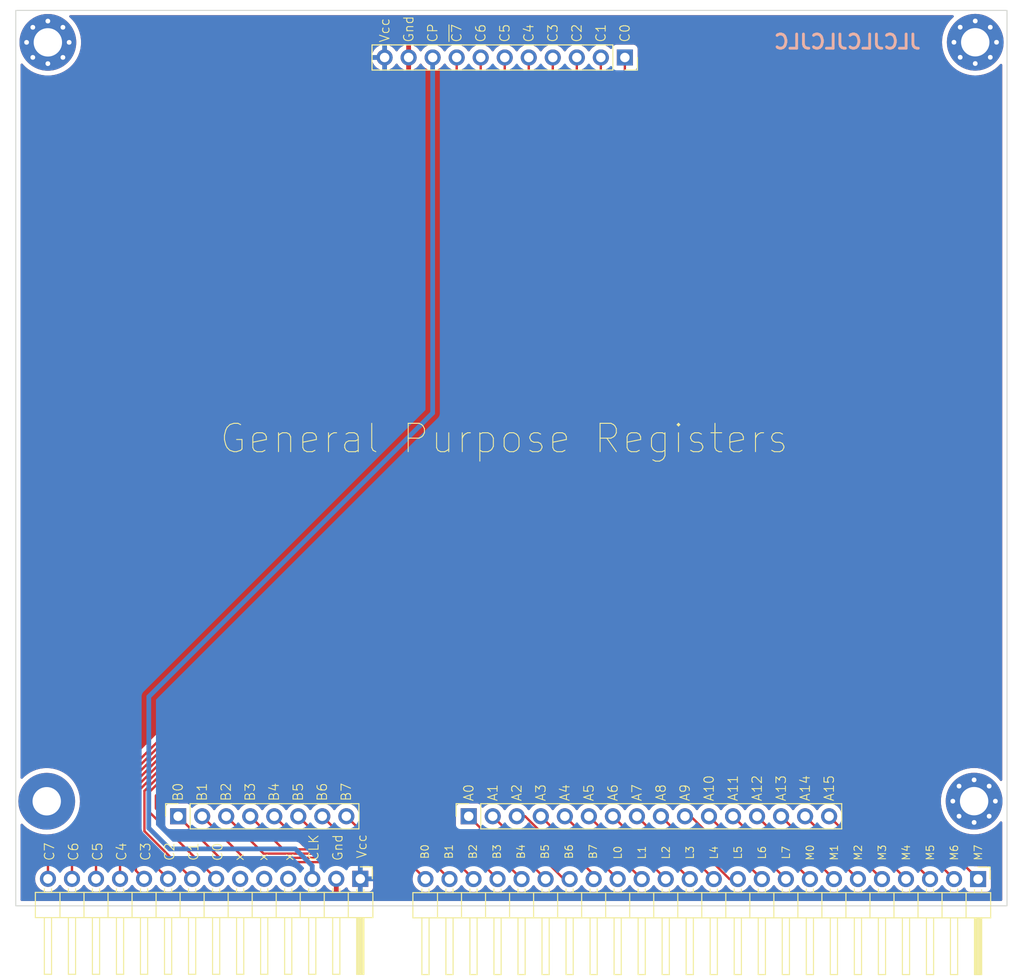
<source format=kicad_pcb>
(kicad_pcb (version 20211014) (generator pcbnew)
  (layers (0 "F.Cu" signal) (31 "B.Cu" signal) (34 "B.Paste" user) (35 "F.Paste" user) (36 "B.SilkS" user "B.Silkscreen") (37 "F.SilkS" user "F.Silkscreen") (38 "B.Mask" user) (39 "F.Mask" user) (44 "Edge.Cuts" user))
  (net 0 "")
  (net 1 "CONTROL0")
  (net 2 "CONTROL1")
  (net 3 "CONTROL2")
  (net 4 "CONTROL3")
  (net 5 "CONTROL4")
  (net 6 "CONTROL5")
  (net 7 "CONTROL6")
  (net 8 "~{CONTROL7}")
  (net 9 "CLOCK")
  (net 10 "GND")
  (net 11 "VCC")
  (net 12 "BUS0")
  (net 13 "BUS1")
  (net 14 "BUS2")
  (net 15 "BUS3")
  (net 16 "BUS4")
  (net 17 "BUS5")
  (net 18 "BUS6")
  (net 19 "BUS7")
  (net 20 "ADDR0")
  (net 21 "ADDR1")
  (net 22 "ADDR2")
  (net 23 "ADDR3")
  (net 24 "ADDR4")
  (net 25 "ADDR5")
  (net 26 "ADDR6")
  (net 27 "ADDR7")
  (net 28 "ADDR8")
  (net 29 "ADDR9")
  (net 30 "ADDR10")
  (net 31 "ADDR11")
  (net 32 "ADDR12")
  (net 33 "ADDR13")
  (net 34 "ADDR14")
  (net 35 "ADDR15")
  (footprint "" (layer "F.Cu") (at 49.99 124.8)
    (fp_text reference "" (at 0 0) (layer "F.SilkS") (effects (font (size 1.27 1.27))))
    (fp_text value "" (at 0 0) (layer "F.SilkS") (effects (font (size 1.27 1.27))))
    (pad "1" thru_hole circle locked (at 0 0) (size 6 6) (drill 3) (layers *.Cu *.Mask))
  )
  (footprint "Connector_PinSocket_2.54mm:PinSocket_1x08_P2.54mm_Vertical" (layer "F.Cu") (at 63.884 126.388 90)
    (fp_text reference "J2" hide)
    (fp_text value "Conn_01x08" hide)
    (pad "1" thru_hole rect locked (at 0 0 90) (size 1.7 1.7) (drill 1) (layers *.Cu *.Mask) (net 12 "BUS0"))
    (pad "2" thru_hole oval locked (at 0 2.54 90) (size 1.7 1.7) (drill 1) (layers *.Cu *.Mask) (net 13 "BUS1"))
    (pad "3" thru_hole oval locked (at 0 5.08 90) (size 1.7 1.7) (drill 1) (layers *.Cu *.Mask) (net 14 "BUS2"))
    (pad "4" thru_hole oval locked (at 0 7.62 90) (size 1.7 1.7) (drill 1) (layers *.Cu *.Mask) (net 15 "BUS3"))
    (pad "5" thru_hole oval locked (at 0 10.16 90) (size 1.7 1.7) (drill 1) (layers *.Cu *.Mask) (net 16 "BUS4"))
    (pad "6" thru_hole oval locked (at 0 12.7 90) (size 1.7 1.7) (drill 1) (layers *.Cu *.Mask) (net 17 "BUS5"))
    (pad "7" thru_hole oval locked (at 0 15.24 90) (size 1.7 1.7) (drill 1) (layers *.Cu *.Mask) (net 18 "BUS6"))
    (pad "8" thru_hole oval locked (at 0 17.78 90) (size 1.7 1.7) (drill 1) (layers *.Cu *.Mask) (net 19 "BUS7"))
  )
  (footprint "MountingHole:MountingHole_3mm_Pad_Via" (layer "F.Cu") (at 148.03 124.79)
    (fp_text reference "REF**" hide)
    (fp_text value "MountingHole_3mm_Pad_Via" hide)
    (pad "1" thru_hole circle locked (at 2.25 0) (size 0.8 0.8) (drill 0.5) (layers *.Cu *.Mask))
    (pad "1" thru_hole circle locked (at 0 -2.25) (size 0.8 0.8) (drill 0.5) (layers *.Cu *.Mask))
    (pad "1" thru_hole circle locked (at 0 2.25) (size 0.8 0.8) (drill 0.5) (layers *.Cu *.Mask))
    (pad "1" thru_hole circle locked (at 1.59099 1.59099) (size 0.8 0.8) (drill 0.5) (layers *.Cu *.Mask))
    (pad "1" thru_hole circle locked (at -1.59099 -1.59099) (size 0.8 0.8) (drill 0.5) (layers *.Cu *.Mask))
    (pad "1" thru_hole circle locked (at -1.59099 1.59099) (size 0.8 0.8) (drill 0.5) (layers *.Cu *.Mask))
    (pad "1" thru_hole circle locked (at 0 0) (size 6 6) (drill 3) (layers *.Cu *.Mask))
    (pad "1" thru_hole circle locked (at 1.59099 -1.59099) (size 0.8 0.8) (drill 0.5) (layers *.Cu *.Mask))
    (pad "1" thru_hole circle locked (at -2.25 0) (size 0.8 0.8) (drill 0.5) (layers *.Cu *.Mask))
  )
  (footprint "MountingHole:MountingHole_3mm_Pad_Via" (layer "F.Cu") (at 50.11 44.53)
    (fp_text reference "REF**" hide)
    (fp_text value "MountingHole_3mm_Pad_Via" hide)
    (pad "1" thru_hole circle locked (at 0 2.25) (size 0.8 0.8) (drill 0.5) (layers *.Cu *.Mask))
    (pad "1" thru_hole circle locked (at 1.59099 -1.59099) (size 0.8 0.8) (drill 0.5) (layers *.Cu *.Mask))
    (pad "1" thru_hole circle locked (at -1.59099 -1.59099) (size 0.8 0.8) (drill 0.5) (layers *.Cu *.Mask))
    (pad "1" thru_hole circle locked (at -1.59099 1.59099) (size 0.8 0.8) (drill 0.5) (layers *.Cu *.Mask))
    (pad "1" thru_hole circle locked (at 0 0) (size 6 6) (drill 3) (layers *.Cu *.Mask))
    (pad "1" thru_hole circle locked (at 1.59099 1.59099) (size 0.8 0.8) (drill 0.5) (layers *.Cu *.Mask))
    (pad "1" thru_hole circle locked (at 2.25 0) (size 0.8 0.8) (drill 0.5) (layers *.Cu *.Mask))
    (pad "1" thru_hole circle locked (at 0 -2.25) (size 0.8 0.8) (drill 0.5) (layers *.Cu *.Mask))
    (pad "1" thru_hole circle locked (at -2.25 0) (size 0.8 0.8) (drill 0.5) (layers *.Cu *.Mask))
  )
  (footprint "Connector_PinSocket_2.54mm:PinSocket_1x11_P2.54mm_Vertical" (layer "F.Cu") (at 111.11 46.13 -90)
    (fp_text reference "J1" hide)
    (fp_text value "Conn_01x11" hide)
    (pad "1" thru_hole rect locked (at 0 0 270) (size 1.7 1.7) (drill 1) (layers *.Cu *.Mask) (net 1 "CONTROL0"))
    (pad "2" thru_hole oval locked (at 0 2.54 270) (size 1.7 1.7) (drill 1) (layers *.Cu *.Mask) (net 2 "CONTROL1"))
    (pad "3" thru_hole oval locked (at 0 5.08 270) (size 1.7 1.7) (drill 1) (layers *.Cu *.Mask) (net 3 "CONTROL2"))
    (pad "4" thru_hole oval locked (at 0 7.62 270) (size 1.7 1.7) (drill 1) (layers *.Cu *.Mask) (net 4 "CONTROL3"))
    (pad "5" thru_hole oval locked (at 0 10.16 270) (size 1.7 1.7) (drill 1) (layers *.Cu *.Mask) (net 5 "CONTROL4"))
    (pad "6" thru_hole oval locked (at 0 12.7 270) (size 1.7 1.7) (drill 1) (layers *.Cu *.Mask) (net 6 "CONTROL5"))
    (pad "7" thru_hole oval locked (at 0 15.24 270) (size 1.7 1.7) (drill 1) (layers *.Cu *.Mask) (net 7 "CONTROL6"))
    (pad "8" thru_hole oval locked (at 0 17.78 270) (size 1.7 1.7) (drill 1) (layers *.Cu *.Mask) (net 8 "~{CONTROL7}"))
    (pad "9" thru_hole oval locked (at 0 20.32 270) (size 1.7 1.7) (drill 1) (layers *.Cu *.Mask) (net 9 "CLOCK"))
    (pad "10" thru_hole oval locked (at 0 22.86 270) (size 1.7 1.7) (drill 1) (layers *.Cu *.Mask) (net 10 "GND"))
    (pad "11" thru_hole oval locked (at 0 25.4 270) (size 1.7 1.7) (drill 1) (layers *.Cu *.Mask) (net 11 "VCC"))
  )
  (footprint "MountingHole:MountingHole_3mm_Pad_Via" (layer "F.Cu") (at 148.15 44.52)
    (fp_text reference "REF**" hide)
    (fp_text value "MountingHole_3mm_Pad_Via" hide)
    (pad "1" thru_hole circle locked (at -1.59099 1.59099) (size 0.8 0.8) (drill 0.5) (layers *.Cu *.Mask))
    (pad "1" thru_hole circle locked (at 0 2.25) (size 0.8 0.8) (drill 0.5) (layers *.Cu *.Mask))
    (pad "1" thru_hole circle locked (at 1.59099 -1.59099) (size 0.8 0.8) (drill 0.5) (layers *.Cu *.Mask))
    (pad "1" thru_hole circle locked (at -1.59099 -1.59099) (size 0.8 0.8) (drill 0.5) (layers *.Cu *.Mask))
    (pad "1" thru_hole circle locked (at 0 0) (size 6 6) (drill 3) (layers *.Cu *.Mask))
    (pad "1" thru_hole circle locked (at 0 -2.25) (size 0.8 0.8) (drill 0.5) (layers *.Cu *.Mask))
    (pad "1" thru_hole circle locked (at 2.25 0) (size 0.8 0.8) (drill 0.5) (layers *.Cu *.Mask))
    (pad "1" thru_hole circle locked (at 1.59099 1.59099) (size 0.8 0.8) (drill 0.5) (layers *.Cu *.Mask))
    (pad "1" thru_hole circle locked (at -2.25 0) (size 0.8 0.8) (drill 0.5) (layers *.Cu *.Mask))
  )
  (footprint "Connector_PinHeader_2.54mm:PinHeader_1x14_P2.54mm_Horizontal" (layer "F.Cu") (at 83.14 133.005 -90)
    (fp_text reference "J5" hide)
    (fp_text value "Conn_01x11" hide)
    (pad "1" thru_hole rect locked (at 0 0 270) (size 1.7 1.7) (drill 1) (layers *.Cu *.Mask) (net 11 "VCC"))
    (pad "2" thru_hole oval locked (at 0 2.54 270) (size 1.7 1.7) (drill 1) (layers *.Cu *.Mask) (net 10 "GND"))
    (pad "3" thru_hole oval locked (at 0 5.08 270) (size 1.7 1.7) (drill 1) (layers *.Cu *.Mask) (net 9 "CLOCK"))
    (pad "4" thru_hole oval locked (at 0 7.62 270) (size 1.7 1.7) (drill 1) (layers *.Cu *.Mask))
    (pad "5" thru_hole oval locked (at 0 10.16 270) (size 1.7 1.7) (drill 1) (layers *.Cu *.Mask))
    (pad "6" thru_hole oval locked (at 0 12.7 270) (size 1.7 1.7) (drill 1) (layers *.Cu *.Mask))
    (pad "7" thru_hole oval locked (at 0 15.24 270) (size 1.7 1.7) (drill 1) (layers *.Cu *.Mask) (net 1 "CONTROL0"))
    (pad "8" thru_hole oval locked (at 0 17.78 270) (size 1.7 1.7) (drill 1) (layers *.Cu *.Mask) (net 2 "CONTROL1"))
    (pad "9" thru_hole oval locked (at 0 20.32 270) (size 1.7 1.7) (drill 1) (layers *.Cu *.Mask) (net 3 "CONTROL2"))
    (pad "10" thru_hole oval locked (at 0 22.86 270) (size 1.7 1.7) (drill 1) (layers *.Cu *.Mask) (net 4 "CONTROL3"))
    (pad "11" thru_hole oval locked (at 0 25.4 270) (size 1.7 1.7) (drill 1) (layers *.Cu *.Mask) (net 5 "CONTROL4"))
    (pad "12" thru_hole oval locked (at 0 27.94 270) (size 1.7 1.7) (drill 1) (layers *.Cu *.Mask) (net 6 "CONTROL5"))
    (pad "13" thru_hole oval locked (at 0 30.48 270) (size 1.7 1.7) (drill 1) (layers *.Cu *.Mask) (net 7 "CONTROL6"))
    (pad "14" thru_hole oval locked (at 0 33.02 270) (size 1.7 1.7) (drill 1) (layers *.Cu *.Mask) (net 8 "~{CONTROL7}"))
  )
  (footprint "Connector_PinHeader_2.54mm:PinHeader_1x24_P2.54mm_Horizontal" (layer "F.Cu") (at 148.45 133.03 -90)
    (fp_text reference "J4" hide)
    (fp_text value "Conn_01x24" hide)
    (pad "1" thru_hole rect locked (at 0 0 270) (size 1.7 1.7) (drill 1) (layers *.Cu *.Mask) (net 35 "ADDR15"))
    (pad "2" thru_hole oval locked (at 0 2.54 270) (size 1.7 1.7) (drill 1) (layers *.Cu *.Mask) (net 34 "ADDR14"))
    (pad "3" thru_hole oval locked (at 0 5.08 270) (size 1.7 1.7) (drill 1) (layers *.Cu *.Mask) (net 33 "ADDR13"))
    (pad "4" thru_hole oval locked (at 0 7.62 270) (size 1.7 1.7) (drill 1) (layers *.Cu *.Mask) (net 32 "ADDR12"))
    (pad "5" thru_hole oval locked (at 0 10.16 270) (size 1.7 1.7) (drill 1) (layers *.Cu *.Mask) (net 31 "ADDR11"))
    (pad "6" thru_hole oval locked (at 0 12.7 270) (size 1.7 1.7) (drill 1) (layers *.Cu *.Mask) (net 30 "ADDR10"))
    (pad "7" thru_hole oval locked (at 0 15.24 270) (size 1.7 1.7) (drill 1) (layers *.Cu *.Mask) (net 29 "ADDR9"))
    (pad "8" thru_hole oval locked (at 0 17.78 270) (size 1.7 1.7) (drill 1) (layers *.Cu *.Mask) (net 28 "ADDR8"))
    (pad "9" thru_hole oval locked (at 0 20.32 270) (size 1.7 1.7) (drill 1) (layers *.Cu *.Mask) (net 27 "ADDR7"))
    (pad "10" thru_hole oval locked (at 0 22.86 270) (size 1.7 1.7) (drill 1) (layers *.Cu *.Mask) (net 26 "ADDR6"))
    (pad "11" thru_hole oval locked (at 0 25.4 270) (size 1.7 1.7) (drill 1) (layers *.Cu *.Mask) (net 25 "ADDR5"))
    (pad "12" thru_hole oval locked (at 0 27.94 270) (size 1.7 1.7) (drill 1) (layers *.Cu *.Mask) (net 24 "ADDR4"))
    (pad "13" thru_hole oval locked (at 0 30.48 270) (size 1.7 1.7) (drill 1) (layers *.Cu *.Mask) (net 23 "ADDR3"))
    (pad "14" thru_hole oval locked (at 0 33.02 270) (size 1.7 1.7) (drill 1) (layers *.Cu *.Mask) (net 22 "ADDR2"))
    (pad "15" thru_hole oval locked (at 0 35.56 270) (size 1.7 1.7) (drill 1) (layers *.Cu *.Mask) (net 21 "ADDR1"))
    (pad "16" thru_hole oval locked (at 0 38.1 270) (size 1.7 1.7) (drill 1) (layers *.Cu *.Mask) (net 20 "ADDR0"))
    (pad "17" thru_hole oval locked (at 0 40.64 270) (size 1.7 1.7) (drill 1) (layers *.Cu *.Mask) (net 19 "BUS7"))
    (pad "18" thru_hole oval locked (at 0 43.18 270) (size 1.7 1.7) (drill 1) (layers *.Cu *.Mask) (net 18 "BUS6"))
    (pad "19" thru_hole oval locked (at 0 45.72 270) (size 1.7 1.7) (drill 1) (layers *.Cu *.Mask) (net 17 "BUS5"))
    (pad "20" thru_hole oval locked (at 0 48.26 270) (size 1.7 1.7) (drill 1) (layers *.Cu *.Mask) (net 16 "BUS4"))
    (pad "21" thru_hole oval locked (at 0 50.8 270) (size 1.7 1.7) (drill 1) (layers *.Cu *.Mask) (net 15 "BUS3"))
    (pad "22" thru_hole oval locked (at 0 53.34 270) (size 1.7 1.7) (drill 1) (layers *.Cu *.Mask) (net 14 "BUS2"))
    (pad "23" thru_hole oval locked (at 0 55.88 270) (size 1.7 1.7) (drill 1) (layers *.Cu *.Mask) (net 13 "BUS1"))
    (pad "24" thru_hole oval locked (at 0 58.42 270) (size 1.7 1.7) (drill 1) (layers *.Cu *.Mask) (net 12 "BUS0"))
  )
  (footprint "Connector_PinSocket_2.54mm:PinSocket_1x16_P2.54mm_Vertical" (layer "F.Cu") (at 94.603 126.388 90)
    (fp_text reference "J3" hide)
    (fp_text value "Conn_01x16" hide)
    (pad "1" thru_hole rect locked (at 0 0 90) (size 1.7 1.7) (drill 1) (layers *.Cu *.Mask) (net 20 "ADDR0"))
    (pad "2" thru_hole oval locked (at 0 2.54 90) (size 1.7 1.7) (drill 1) (layers *.Cu *.Mask) (net 21 "ADDR1"))
    (pad "3" thru_hole oval locked (at 0 5.08 90) (size 1.7 1.7) (drill 1) (layers *.Cu *.Mask) (net 22 "ADDR2"))
    (pad "4" thru_hole oval locked (at 0 7.62 90) (size 1.7 1.7) (drill 1) (layers *.Cu *.Mask) (net 23 "ADDR3"))
    (pad "5" thru_hole oval locked (at 0 10.16 90) (size 1.7 1.7) (drill 1) (layers *.Cu *.Mask) (net 24 "ADDR4"))
    (pad "6" thru_hole oval locked (at 0 12.7 90) (size 1.7 1.7) (drill 1) (layers *.Cu *.Mask) (net 25 "ADDR5"))
    (pad "7" thru_hole oval locked (at 0 15.24 90) (size 1.7 1.7) (drill 1) (layers *.Cu *.Mask) (net 26 "ADDR6"))
    (pad "8" thru_hole oval locked (at 0 17.78 90) (size 1.7 1.7) (drill 1) (layers *.Cu *.Mask) (net 27 "ADDR7"))
    (pad "9" thru_hole oval locked (at 0 20.32 90) (size 1.7 1.7) (drill 1) (layers *.Cu *.Mask) (net 28 "ADDR8"))
    (pad "10" thru_hole oval locked (at 0 22.86 90) (size 1.7 1.7) (drill 1) (layers *.Cu *.Mask) (net 29 "ADDR9"))
    (pad "11" thru_hole oval locked (at 0 25.4 90) (size 1.7 1.7) (drill 1) (layers *.Cu *.Mask) (net 30 "ADDR10"))
    (pad "12" thru_hole oval locked (at 0 27.94 90) (size 1.7 1.7) (drill 1) (layers *.Cu *.Mask) (net 31 "ADDR11"))
    (pad "13" thru_hole oval locked (at 0 30.48 90) (size 1.7 1.7) (drill 1) (layers *.Cu *.Mask) (net 32 "ADDR12"))
    (pad "14" thru_hole oval locked (at 0 33.02 90) (size 1.7 1.7) (drill 1) (layers *.Cu *.Mask) (net 33 "ADDR13"))
    (pad "15" thru_hole oval locked (at 0 35.56 90) (size 1.7 1.7) (drill 1) (layers *.Cu *.Mask) (net 34 "ADDR14"))
    (pad "16" thru_hole oval locked (at 0 38.1 90) (size 1.7 1.7) (drill 1) (layers *.Cu *.Mask) (net 35 "ADDR15"))
  )
  (gr_rect (start 151.511 135.86) (end 46.717 41.148) (layer "Edge.Cuts") (width 0.1) (fill none))
  (gr_text "JLCJLCJLCJLC" (at 134.63 44.47) (layer "B.SilkS") (effects (font (size 1.5 1.5) (thickness 0.3)) (justify mirror)))
  (gr_text "M6" (at 145.93 130.23 90) (layer "F.SilkS") (effects (font (size 0.8 0.8) (thickness 0.1))))
  (gr_text "A12" (at 125.083 124.864 90) (layer "F.SilkS") (effects (font (size 1 1) (thickness 0.1)) (justify left)))
  (gr_text "C3" (at 103.493 44.6 90) (layer "F.SilkS") (effects (font (size 1 1) (thickness 0.1)) (justify left)))
  (gr_text "M3" (at 138.31 130.23 90) (layer "F.SilkS") (effects (font (size 0.8 0.8) (thickness 0.1))))
  (gr_text "~{C7}" (at 93.333 44.6 90) (layer "F.SilkS") (effects (font (size 1 1) (thickness 0.1)) (justify left)))
  (gr_text "C0" (at 68.058 131.198 90) (layer "F.SilkS") (effects (font (size 1 1) (thickness 0.1)) (justify left)))
  (gr_text "B4" (at 74.029 124.864 90) (layer "F.SilkS") (effects (font (size 1 1) (thickness 0.1)) (justify left)))
  (gr_text "A11" (at 122.543 124.864 90) (layer "F.SilkS") (effects (font (size 1 1) (thickness 0.1)) (justify left)))
  (gr_text "B2" (at 68.949 124.864 90) (layer "F.SilkS") (effects (font (size 1 1) (thickness 0.1)) (justify left)))
  (gr_text "M2" (at 135.77 130.23 90) (layer "F.SilkS") (effects (font (size 0.8 0.8) (thickness 0.1))))
  (gr_text "A2" (at 99.683 124.864 90) (layer "F.SilkS") (effects (font (size 1 1) (thickness 0.1)) (justify left)))
  (gr_text "A5" (at 107.303 124.864 90) (layer "F.SilkS") (effects (font (size 1 1) (thickness 0.1)) (justify left)))
  (gr_text "B0" (at 63.869 124.864 90) (layer "F.SilkS") (effects (font (size 1 1) (thickness 0.1)) (justify left)))
  (gr_text "C6" (at 52.818 131.173 90) (layer "F.SilkS") (effects (font (size 1 1) (thickness 0.1)) (justify left)))
  (gr_text "L0" (at 110.37 130.23 90) (layer "F.SilkS") (effects (font (size 0.8 0.8) (thickness 0.1))))
  (gr_text "B1" (at 66.409 124.864 90) (layer "F.SilkS") (effects (font (size 1 1) (thickness 0.1)) (justify left)))
  (gr_text "B7" (at 81.649 124.864 90) (layer "F.SilkS") (effects (font (size 1 1) (thickness 0.1)) (justify left)))
  (gr_text "L5" (at 123.07 130.23 90) (layer "F.SilkS") (effects (font (size 0.8 0.8) (thickness 0.1))))
  (gr_text "L1" (at 112.91 130.23 90) (layer "F.SilkS") (effects (font (size 0.8 0.8) (thickness 0.1))))
  (gr_text "C2" (at 106.033 44.6 90) (layer "F.SilkS") (effects (font (size 1 1) (thickness 0.1)) (justify left)))
  (gr_text "B3" (at 97.59 130.13 90) (layer "F.SilkS") (effects (font (size 0.8 0.8) (thickness 0.1))))
  (gr_text "A13" (at 127.623 124.864 90) (layer "F.SilkS") (effects (font (size 1 1) (thickness 0.1)) (justify left)))
  (gr_text "A4" (at 104.763 124.864 90) (layer "F.SilkS") (effects (font (size 1 1) (thickness 0.1)) (justify left)))
  (gr_text "M1" (at 133.23 130.23 90) (layer "F.SilkS") (effects (font (size 0.8 0.8) (thickness 0.1))))
  (gr_text "A14" (at 130.163 124.864 90) (layer "F.SilkS") (effects (font (size 1 1) (thickness 0.1)) (justify left)))
  (gr_text "C2" (at 62.978 131.173 90) (layer "F.SilkS") (effects (font (size 1 1) (thickness 0.1)) (justify left)))
  (gr_text "C5" (at 55.358 131.173 90) (layer "F.SilkS") (effects (font (size 1 1) (thickness 0.1)) (justify left)))
  (gr_text "A1" (at 97.143 124.864 90) (layer "F.SilkS") (effects (font (size 1 1) (thickness 0.1)) (justify left)))
  (gr_text "A8" (at 114.923 124.864 90) (layer "F.SilkS") (effects (font (size 1 1) (thickness 0.1)) (justify left)))
  (gr_text "A6" (at 109.843 124.864 90) (layer "F.SilkS") (effects (font (size 1 1) (thickness 0.1)) (justify left)))
  (gr_text "A3" (at 102.223 124.864 90) (layer "F.SilkS") (effects (font (size 1 1) (thickness 0.1)) (justify left)))
  (gr_text "M0" (at 130.69 130.23 90) (layer "F.SilkS") (effects (font (size 0.8 0.8) (thickness 0.1))))
  (gr_text "CP" (at 90.793 44.6 90) (layer "F.SilkS") (effects (font (size 1 1) (thickness 0.1)) (justify left)))
  (gr_text "C4" (at 57.898 131.173 90) (layer "F.SilkS") (effects (font (size 1 1) (thickness 0.1)) (justify left)))
  (gr_text "Gnd" (at 80.758 131.173 90) (layer "F.SilkS") (effects (font (size 1 1) (thickness 0.1)) (justify left)))
  (gr_text "M7" (at 148.47 130.23 90) (layer "F.SilkS") (effects (font (size 0.8 0.8) (thickness 0.1))))
  (gr_text "Gnd" (at 88.253 44.6 90) (layer "F.SilkS") (effects (font (size 1 1) (thickness 0.1)) (justify left)))
  (gr_text "B2" (at 95.05 130.13 90) (layer "F.SilkS") (effects (font (size 0.8 0.8) (thickness 0.1))))
  (gr_text "M5" (at 143.39 130.23 90) (layer "F.SilkS") (effects (font (size 0.8 0.8) (thickness 0.1))))
  (gr_text "C0" (at 111.113 44.6 90) (layer "F.SilkS") (effects (font (size 1 1) (thickness 0.1)) (justify left)))
  (gr_text "B0" (at 89.97 130.13 90) (layer "F.SilkS") (effects (font (size 0.8 0.8) (thickness 0.1))))
  (gr_text "x" (at 70.31 131.173 90) (layer "F.SilkS") (effects (font (size 1 1) (thickness 0.1)) (justify left)))
  (gr_text "x" (at 75.566 131.173 90) (layer "F.SilkS") (effects (font (size 1 1) (thickness 0.1)) (justify left)))
  (gr_text "Vcc" (at 85.713 44.6 90) (layer "F.SilkS") (effects (font (size 1 1) (thickness 0.1)) (justify left)))
  (gr_text "CLK" (at 78.218 131.173 90) (layer "F.SilkS") (effects (font (size 1 1) (thickness 0.1)) (justify left)))
  (gr_text "B7" (at 107.75 130.13 90) (layer "F.SilkS") (effects (font (size 0.8 0.8) (thickness 0.1))))
  (gr_text "B3" (at 71.489 124.864 90) (layer "F.SilkS") (effects (font (size 1 1) (thickness 0.1)) (justify left)))
  (gr_text "B5" (at 102.67 130.13 90) (layer "F.SilkS") (effects (font (size 0.8 0.8) (thickness 0.1))))
  (gr_text "C3" (at 60.438 131.173 90) (layer "F.SilkS") (effects (font (size 1 1) (thickness 0.1)) (justify left)))
  (gr_text "L2" (at 115.45 130.23 90) (layer "F.SilkS") (effects (font (size 0.8 0.8) (thickness 0.1))))
  (gr_text "L7" (at 128.15 130.23 90) (layer "F.SilkS") (effects (font (size 0.8 0.8) (thickness 0.1))))
  (gr_text "L3" (at 117.99 130.23 90) (layer "F.SilkS") (effects (font (size 0.8 0.8) (thickness 0.1))))
  (gr_text "A15" (at 132.703 124.864 90) (layer "F.SilkS") (effects (font (size 1 1) (thickness 0.1)) (justify left)))
  (gr_text "M4" (at 140.85 130.23 90) (layer "F.SilkS") (effects (font (size 0.8 0.8) (thickness 0.1))))
  (gr_text "A9" (at 117.463 124.864 90) (layer "F.SilkS") (effects (font (size 1 1) (thickness 0.1)) (justify left)))
  (gr_text "C7" (at 50.278 131.173 90) (layer "F.SilkS") (effects (font (size 1 1) (thickness 0.1)) (justify left)))
  (gr_text "A10" (at 120.003 124.864 90) (layer "F.SilkS") (effects (font (size 1 1) (thickness 0.1)) (justify left)))
  (gr_text "General Purpose Registers" (at 68.14 86.44) (layer "F.SilkS") (effects (font (size 3 3) (thickness 0.1)) (justify left)))
  (gr_text "A0" (at 94.603 124.864 90) (layer "F.SilkS") (effects (font (size 1 1) (thickness 0.1)) (justify left)))
  (gr_text "B5" (at 76.569 124.864 90) (layer "F.SilkS") (effects (font (size 1 1) (thickness 0.1)) (justify left)))
  (gr_text "C6" (at 95.873 44.6 90) (layer "F.SilkS") (effects (font (size 1 1) (thickness 0.1)) (justify left)))
  (gr_text "x" (at 72.83 131.173 90) (layer "F.SilkS") (effects (font (size 1 1) (thickness 0.1)) (justify left)))
  (gr_text "L4" (at 120.53 130.23 90) (layer "F.SilkS") (effects (font (size 0.8 0.8) (thickness 0.1))))
  (gr_text "C4" (at 100.953 44.6 90) (layer "F.SilkS") (effects (font (size 1 1) (thickness 0.1)) (justify left)))
  (gr_text "B6" (at 79.109 124.864 90) (layer "F.SilkS") (effects (font (size 1 1) (thickness 0.1)) (justify left)))
  (gr_text "B1" (at 92.51 130.13 90) (layer "F.SilkS") (effects (font (size 0.8 0.8) (thickness 0.1))))
  (gr_text "C1" (at 108.573 44.6 90) (layer "F.SilkS") (effects (font (size 1 1) (thickness 0.1)) (justify left)))
  (gr_text "Vcc" (at 83.298 130.919 90) (layer "F.SilkS") (effects (font (size 1 1) (thickness 0.1)) (justify left)))
  (gr_text "L6" (at 125.61 130.23 90) (layer "F.SilkS") (effects (font (size 0.8 0.8) (thickness 0.1))))
  (gr_text "C5" (at 98.413 44.6 90) (layer "F.SilkS") (effects (font (size 1 1) (thickness 0.1)) (justify left)))
  (gr_text "C1" (at 65.518 131.173 90) (layer "F.SilkS") (effects (font (size 1 1) (thickness 0.1)) (justify left)))
  (gr_text "A7" (at 112.383 124.864 90) (layer "F.SilkS") (effects (font (size 1 1) (thickness 0.1)) (justify left)))
  (gr_text "B4" (at 100.13 130.13 90) (layer "F.SilkS") (effects (font (size 0.8 0.8) (thickness 0.1))))
  (gr_text "B6" (at 105.21 130.13 90) (layer "F.SilkS") (effects (font (size 0.8 0.8) (thickness 0.1))))
  (segment (start 87.678353 112.771575) (end 111.11 89.339928) (width 0.25) (layer "F.Cu") (net 1))
  (segment (start 67.9 133.005) (end 60.77 125.875) (width 0.25) (layer "F.Cu") (net 1))
  (segment (start 111.11 89.339928) (end 111.11 46.13) (width 0.25) (layer "F.Cu") (net 1))
  (segment (start 60.77 125.875) (end 60.77 123.889942) (width 0.25) (layer "F.Cu") (net 1))
  (segment (start 60.77 123.889942) (end 71.888367 112.771575) (width 0.25) (layer "F.Cu") (net 1))
  (segment (start 71.888367 112.771575) (end 87.678353 112.771575) (width 0.25) (layer "F.Cu") (net 1))
  (segment (start 60.320489 123.703749) (end 60.320489 127.965489) (width 0.25) (layer "F.Cu") (net 2))
  (segment (start 87.492159 112.322065) (end 71.702173 112.322065) (width 0.25) (layer "F.Cu") (net 2))
  (segment (start 108.57 91.244224) (end 87.492159 112.322065) (width 0.25) (layer "F.Cu") (net 2))
  (segment (start 108.57 46.13) (end 108.57 91.244224) (width 0.25) (layer "F.Cu") (net 2))
  (segment (start 71.702173 112.322065) (end 60.320489 123.703749) (width 0.25) (layer "F.Cu") (net 2))
  (segment (start 60.320489 127.965489) (end 65.36 133.005) (width 0.25) (layer "F.Cu") (net 2))
  (segment (start 106.03 93.14852) (end 106.03 46.13) (width 0.25) (layer "F.Cu") (net 3))
  (segment (start 62.82 133.005) (end 59.870979 130.055979) (width 0.25) (layer "F.Cu") (net 3))
  (segment (start 59.870979 130.055979) (end 59.870979 123.517555) (width 0.25) (layer "F.Cu") (net 3))
  (segment (start 87.305966 111.872554) (end 106.03 93.14852) (width 0.25) (layer "F.Cu") (net 3))
  (segment (start 59.870979 123.517555) (end 71.51598 111.872554) (width 0.25) (layer "F.Cu") (net 3))
  (segment (start 71.51598 111.872554) (end 87.305966 111.872554) (width 0.25) (layer "F.Cu") (net 3))
  (segment (start 103.49 46.13) (end 103.49 95.052816) (width 0.25) (layer "F.Cu") (net 4))
  (segment (start 71.329786 111.423044) (end 59.421468 123.331362) (width 0.25) (layer "F.Cu") (net 4))
  (segment (start 59.421468 123.331362) (end 59.421468 132.146468) (width 0.25) (layer "F.Cu") (net 4))
  (segment (start 59.421468 132.146468) (end 60.28 133.005) (width 0.25) (layer "F.Cu") (net 4))
  (segment (start 103.49 95.052816) (end 87.119773 111.423043) (width 0.25) (layer "F.Cu") (net 4))
  (segment (start 87.119773 111.423043) (end 71.329786 111.423044) (width 0.25) (layer "F.Cu") (net 4))
  (segment (start 100.95 96.957112) (end 100.95 46.13) (width 0.25) (layer "F.Cu") (net 5))
  (segment (start 57.74 133.005) (end 57.74 124.377126) (width 0.25) (layer "F.Cu") (net 5))
  (segment (start 71.143593 110.973533) (end 86.93358 110.973532) (width 0.25) (layer "F.Cu") (net 5))
  (segment (start 86.93358 110.973532) (end 100.95 96.957112) (width 0.25) (layer "F.Cu") (net 5))
  (segment (start 57.74 124.377126) (end 71.143593 110.973533) (width 0.25) (layer "F.Cu") (net 5))
  (segment (start 70.9574 110.524022) (end 55.2 126.281422) (width 0.25) (layer "F.Cu") (net 6))
  (segment (start 55.2 126.281422) (end 55.2 133.005) (width 0.25) (layer "F.Cu") (net 6))
  (segment (start 86.747387 110.524021) (end 70.9574 110.524022) (width 0.25) (layer "F.Cu") (net 6))
  (segment (start 98.41 46.13) (end 98.41 98.861408) (width 0.25) (layer "F.Cu") (net 6))
  (segment (start 98.41 98.861408) (end 86.747387 110.524021) (width 0.25) (layer "F.Cu") (net 6))
  (segment (start 95.87 100.765704) (end 95.87 46.13) (width 0.25) (layer "F.Cu") (net 7))
  (segment (start 70.771207 110.074511) (end 86.561194 110.07451) (width 0.25) (layer "F.Cu") (net 7))
  (segment (start 52.66 133.005) (end 52.66 128.185718) (width 0.25) (layer "F.Cu") (net 7))
  (segment (start 86.561194 110.07451) (end 95.87 100.765704) (width 0.25) (layer "F.Cu") (net 7))
  (segment (start 52.66 128.185718) (end 70.771207 110.074511) (width 0.25) (layer "F.Cu") (net 7))
  (segment locked (start 93.33 102.67) (end 86.375 109.625) (width 0.25) (layer "F.Cu") (net 8))
  (segment (start 86.375 109.625) (end 70.585 109.625) (width 0.25) (layer "F.Cu") (net 8))
  (segment (start 93.33 46.13) (end 93.33 102.67) (width 0.25) (layer "F.Cu") (net 8))
  (segment (start 70.585 109.625) (end 50.12 130.09) (width 0.25) (layer "F.Cu") (net 8))
  (segment (start 50.12 130.09) (end 50.12 133.005) (width 0.25) (layer "F.Cu") (net 8))
  (segment (start 78.06 133.005) (end 78.06 131.63) (width 0.5) (layer "B.Cu") (net 9))
  (segment (start 78.06 131.63) (end 76.27 129.84) (width 0.5) (layer "B.Cu") (net 9))
  (segment (start 60.78 113.74) (end 90.79 83.73) (width 0.5) (layer "B.Cu") (net 9))
  (segment (start 76.27 129.84) (end 62.99 129.84) (width 0.5) (layer "B.Cu") (net 9))
  (segment (start 62.99 129.84) (end 60.78 127.63) (width 0.5) (layer "B.Cu") (net 9))
  (segment (start 90.79 83.73) (end 90.79 46.13) (width 0.5) (layer "B.Cu") (net 9))
  (segment (start 60.78 127.63) (end 60.78 113.74) (width 0.5) (layer "B.Cu") (net 9))
  (segment (start 68.732582 131.236582) (end 88.236582 131.236582) (width 0.25) (layer "F.Cu") (net 12))
  (segment (start 63.884 126.388) (end 68.732582 131.236582) (width 0.25) (layer "F.Cu") (net 12))
  (segment (start 88.236582 131.236582) (end 90.03 133.03) (width 0.25) (layer "F.Cu") (net 12))
  (segment (start 70.823067 130.787067) (end 90.327067 130.787067) (width 0.25) (layer "F.Cu") (net 13))
  (segment (start 66.424 126.388) (end 70.823067 130.787067) (width 0.25) (layer "F.Cu") (net 13))
  (segment (start 90.327067 130.787067) (end 92.57 133.03) (width 0.25) (layer "F.Cu") (net 13))
  (segment (start 92.417552 130.337552) (end 95.11 133.03) (width 0.25) (layer "F.Cu") (net 14))
  (segment (start 72.913552 130.337552) (end 92.417552 130.337552) (width 0.25) (layer "F.Cu") (net 14))
  (segment (start 68.964 126.388) (end 72.913552 130.337552) (width 0.25) (layer "F.Cu") (net 14))
  (segment (start 75.00404 129.88804) (end 94.50804 129.88804) (width 0.25) (layer "F.Cu") (net 15))
  (segment (start 71.504 126.388) (end 75.00404 129.88804) (width 0.25) (layer "F.Cu") (net 15))
  (segment (start 94.50804 129.88804) (end 97.65 133.03) (width 0.25) (layer "F.Cu") (net 15))
  (segment (start 97.817555 130.657555) (end 100.19 133.03) (width 0.25) (layer "F.Cu") (net 16))
  (segment (start 77.09453 129.43853) (end 95.110717 129.43853) (width 0.25) (layer "F.Cu") (net 16))
  (segment (start 96.32974 130.657555) (end 97.817555 130.657555) (width 0.25) (layer "F.Cu") (net 16))
  (segment (start 95.110717 129.43853) (end 96.32974 130.657555) (width 0.25) (layer "F.Cu") (net 16))
  (segment (start 74.044 126.388) (end 77.09453 129.43853) (width 0.25) (layer "F.Cu") (net 16))
  (segment (start 96.515933 130.208044) (end 99.908043 130.208043) (width 0.25) (layer "F.Cu") (net 17))
  (segment (start 99.908043 130.208043) (end 102.73 133.03) (width 0.25) (layer "F.Cu") (net 17))
  (segment (start 95.296909 128.98902) (end 96.515933 130.208044) (width 0.25) (layer "F.Cu") (net 17))
  (segment (start 76.584 126.388) (end 79.18502 128.98902) (width 0.25) (layer "F.Cu") (net 17))
  (segment (start 79.18502 128.98902) (end 95.296909 128.98902) (width 0.25) (layer "F.Cu") (net 17))
  (segment (start 95.483102 128.53951) (end 96.702125 129.758533) (width 0.25) (layer "F.Cu") (net 18))
  (segment (start 101.389705 129.758533) (end 104.661172 133.03) (width 0.25) (layer "F.Cu") (net 18))
  (segment (start 79.124 126.388) (end 81.27551 128.53951) (width 0.25) (layer "F.Cu") (net 18))
  (segment (start 104.661172 133.03) (end 105.27 133.03) (width 0.25) (layer "F.Cu") (net 18))
  (segment (start 81.27551 128.53951) (end 95.483102 128.53951) (width 0.25) (layer "F.Cu") (net 18))
  (segment (start 96.702125 129.758533) (end 101.389705 129.758533) (width 0.25) (layer "F.Cu") (net 18))
  (segment (start 105.93 130.68) (end 107.81 132.56) (width 0.25) (layer "F.Cu") (net 19))
  (segment (start 81.664 126.388) (end 83.366 128.09) (width 0.25) (layer "F.Cu") (net 19))
  (segment (start 83.366 128.09) (end 95.669296 128.09) (width 0.25) (layer "F.Cu") (net 19))
  (segment (start 95.669296 128.09) (end 96.888318 129.309022) (width 0.25) (layer "F.Cu") (net 19))
  (segment (start 107.81 132.56) (end 107.81 133.03) (width 0.25) (layer "F.Cu") (net 19))
  (segment (start 96.888318 129.309022) (end 101.575899 129.309022) (width 0.25) (layer "F.Cu") (net 19))
  (segment (start 101.575899 129.309022) (end 102.946877 130.68) (width 0.25) (layer "F.Cu") (net 19))
  (segment (start 102.946877 130.68) (end 105.93 130.68) (width 0.25) (layer "F.Cu") (net 19))
  (segment (start 101.762093 128.859512) (end 103.133071 130.230489) (width 0.25) (layer "F.Cu") (net 20))
  (segment (start 107.550489 130.230489) (end 110.35 133.03) (width 0.25) (layer "F.Cu") (net 20))
  (segment (start 103.133071 130.230489) (end 107.550489 130.230489) (width 0.25) (layer "F.Cu") (net 20))
  (segment (start 97.074511 128.859511) (end 101.762093 128.859512) (width 0.25) (layer "F.Cu") (net 20))
  (segment (start 94.603 126.388) (end 97.074511 128.859511) (width 0.25) (layer "F.Cu") (net 20))
  (segment (start 97.143 126.388) (end 99.165 128.41) (width 0.25) (layer "F.Cu") (net 21))
  (segment (start 109.640978 129.780978) (end 112.89 133.03) (width 0.25) (layer "F.Cu") (net 21))
  (segment (start 101.948286 128.41) (end 103.319264 129.780978) (width 0.25) (layer "F.Cu") (net 21))
  (segment (start 103.319264 129.780978) (end 109.640978 129.780978) (width 0.25) (layer "F.Cu") (net 21))
  (segment (start 99.165 128.41) (end 101.948286 128.41) (width 0.25) (layer "F.Cu") (net 21))
  (segment (start 113.2 130.8) (end 115.43 133.03) (width 0.25) (layer "F.Cu") (net 22))
  (segment (start 99.683 126.388) (end 100.56199 126.388) (width 0.25) (layer "F.Cu") (net 22))
  (segment (start 103.505457 129.331467) (end 109.827172 129.331468) (width 0.25) (layer "F.Cu") (net 22))
  (segment (start 111.295704 130.8) (end 113.2 130.8) (width 0.25) (layer "F.Cu") (net 22))
  (segment (start 109.827172 129.331468) (end 111.295704 130.8) (width 0.25) (layer "F.Cu") (net 22))
  (segment (start 100.56199 126.388) (end 103.505457 129.331467) (width 0.25) (layer "F.Cu") (net 22))
  (segment (start 115.280978 130.340978) (end 117.97 133.03) (width 0.25) (layer "F.Cu") (net 23))
  (segment (start 111.472386 130.340978) (end 115.280978 130.340978) (width 0.25) (layer "F.Cu") (net 23))
  (segment (start 102.223 126.388) (end 104.716956 128.881956) (width 0.25) (layer "F.Cu") (net 23))
  (segment (start 104.716956 128.881956) (end 110.013366 128.881958) (width 0.25) (layer "F.Cu") (net 23))
  (segment (start 110.013366 128.881958) (end 111.472386 130.340978) (width 0.25) (layer "F.Cu") (net 23))
  (segment (start 110.19956 128.432448) (end 111.658579 129.891467) (width 0.25) (layer "F.Cu") (net 24))
  (segment (start 106.807446 128.432446) (end 110.19956 128.432448) (width 0.25) (layer "F.Cu") (net 24))
  (segment (start 104.763 126.388) (end 106.807446 128.432446) (width 0.25) (layer "F.Cu") (net 24))
  (segment (start 117.371467 129.891467) (end 120.51 133.03) (width 0.25) (layer "F.Cu") (net 24))
  (segment (start 111.658579 129.891467) (end 117.371467 129.891467) (width 0.25) (layer "F.Cu") (net 24))
  (segment (start 107.303 126.388) (end 108.897936 127.982936) (width 0.25) (layer "F.Cu") (net 25))
  (segment (start 122.17101 133.03) (end 123.05 133.03) (width 0.25) (layer "F.Cu") (net 25))
  (segment (start 108.897936 127.982936) (end 110.385754 127.982938) (width 0.25) (layer "F.Cu") (net 25))
  (segment (start 111.844772 129.441956) (end 118.582966 129.441956) (width 0.25) (layer "F.Cu") (net 25))
  (segment (start 110.385754 127.982938) (end 111.844772 129.441956) (width 0.25) (layer "F.Cu") (net 25))
  (segment (start 118.582966 129.441956) (end 122.17101 133.03) (width 0.25) (layer "F.Cu") (net 25))
  (segment (start 118.76916 128.992446) (end 121.182692 131.405978) (width 0.25) (layer "F.Cu") (net 26))
  (segment (start 123.965978 131.405978) (end 125.59 133.03) (width 0.25) (layer "F.Cu") (net 26))
  (segment (start 121.182692 131.405978) (end 123.965978 131.405978) (width 0.25) (layer "F.Cu") (net 26))
  (segment (start 112.447445 128.992445) (end 118.76916 128.992446) (width 0.25) (layer "F.Cu") (net 26))
  (segment (start 109.843 126.388) (end 112.447445 128.992445) (width 0.25) (layer "F.Cu") (net 26))
  (segment (start 118.955353 128.542934) (end 121.368886 130.956467) (width 0.25) (layer "F.Cu") (net 27))
  (segment (start 126.056467 130.956467) (end 128.13 133.03) (width 0.25) (layer "F.Cu") (net 27))
  (segment (start 121.368886 130.956467) (end 126.056467 130.956467) (width 0.25) (layer "F.Cu") (net 27))
  (segment (start 114.537934 128.542934) (end 118.955353 128.542934) (width 0.25) (layer "F.Cu") (net 27))
  (segment (start 112.383 126.388) (end 114.537934 128.542934) (width 0.25) (layer "F.Cu") (net 27))
  (segment (start 116.628423 128.093423) (end 119.141547 128.093424) (width 0.25) (layer "F.Cu") (net 28))
  (segment (start 121.555079 130.506956) (end 128.146956 130.506956) (width 0.25) (layer "F.Cu") (net 28))
  (segment (start 128.146956 130.506956) (end 130.67 133.03) (width 0.25) (layer "F.Cu") (net 28))
  (segment (start 119.141547 128.093424) (end 121.555079 130.506956) (width 0.25) (layer "F.Cu") (net 28))
  (segment (start 114.923 126.388) (end 116.628423 128.093423) (width 0.25) (layer "F.Cu") (net 28))
  (segment (start 117.463 126.388) (end 118.071827 126.388) (width 0.25) (layer "F.Cu") (net 29))
  (segment (start 118.071827 126.388) (end 121.741272 130.057445) (width 0.25) (layer "F.Cu") (net 29))
  (segment (start 121.741272 130.057445) (end 130.237445 130.057445) (width 0.25) (layer "F.Cu") (net 29))
  (segment (start 130.237445 130.057445) (end 133.21 133.03) (width 0.25) (layer "F.Cu") (net 29))
  (segment (start 133.226958 130.506958) (end 135.75 133.03) (width 0.25) (layer "F.Cu") (net 30))
  (segment (start 130.423639 129.607935) (end 131.322662 130.506958) (width 0.25) (layer "F.Cu") (net 30))
  (segment (start 131.322662 130.506958) (end 133.226958 130.506958) (width 0.25) (layer "F.Cu") (net 30))
  (segment (start 123.222934 129.607934) (end 130.423639 129.607935) (width 0.25) (layer "F.Cu") (net 30))
  (segment (start 120.003 126.388) (end 123.222934 129.607934) (width 0.25) (layer "F.Cu") (net 30))
  (segment (start 122.543 126.388) (end 125.313423 129.158423) (width 0.25) (layer "F.Cu") (net 31))
  (segment (start 125.313423 129.158423) (end 130.609833 129.158425) (width 0.25) (layer "F.Cu") (net 31))
  (segment (start 130.609833 129.158425) (end 131.508855 130.057447) (width 0.25) (layer "F.Cu") (net 31))
  (segment (start 135.317447 130.057447) (end 138.29 133.03) (width 0.25) (layer "F.Cu") (net 31))
  (segment (start 131.508855 130.057447) (end 135.317447 130.057447) (width 0.25) (layer "F.Cu") (net 31))
  (segment (start 137.398533 129.598533) (end 140.83 133.03) (width 0.25) (layer "F.Cu") (net 32))
  (segment (start 125.083 126.388) (end 127.403913 128.708913) (width 0.25) (layer "F.Cu") (net 32))
  (segment (start 127.403913 128.708913) (end 130.796027 128.708915) (width 0.25) (layer "F.Cu") (net 32))
  (segment (start 130.796027 128.708915) (end 131.685645 129.598533) (width 0.25) (layer "F.Cu") (net 32))
  (segment (start 131.685645 129.598533) (end 137.398533 129.598533) (width 0.25) (layer "F.Cu") (net 32))
  (segment (start 130.982221 128.259405) (end 131.871838 129.149022) (width 0.25) (layer "F.Cu") (net 33))
  (segment (start 129.494403 128.259403) (end 130.982221 128.259405) (width 0.25) (layer "F.Cu") (net 33))
  (segment (start 139.489022 129.149022) (end 143.37 133.03) (width 0.25) (layer "F.Cu") (net 33))
  (segment (start 127.623 126.388) (end 129.494403 128.259403) (width 0.25) (layer "F.Cu") (net 33))
  (segment (start 131.871838 129.149022) (end 139.489022 129.149022) (width 0.25) (layer "F.Cu") (net 33))
  (segment (start 141.579511 128.699511) (end 145.91 133.03) (width 0.25) (layer "F.Cu") (net 34))
  (segment (start 130.163 126.388) (end 132.474511 128.699511) (width 0.25) (layer "F.Cu") (net 34))
  (segment (start 132.474511 128.699511) (end 141.579511 128.699511) (width 0.25) (layer "F.Cu") (net 34))
  (segment (start 134.565 128.25) (end 143.67 128.25) (width 0.25) (layer "F.Cu") (net 35))
  (segment (start 132.703 126.388) (end 134.565 128.25) (width 0.25) (layer "F.Cu") (net 35))
  (segment (start 143.67 128.25) (end 148.45 133.03) (width 0.25) (layer "F.Cu") (net 35))
  (zone (net 10) (net_name "GND") (layer "F.Cu") (connect_pads (clearance 0.508)) (min_thickness 0.254) (fill yes (thermal_gap 0.508) (thermal_bridge_width 0.508))
    (polygon (pts (xy 151.95 40.71) (xy 152.7 137.45) (xy 45.5 136.93) (xy 45.89 40.27)))
  )
  (zone (net 11) (net_name "VCC") (layer "B.Cu") (connect_pads (clearance 0.508)) (min_thickness 0.254) (fill yes (thermal_gap 0.508) (thermal_bridge_width 0.508))
    (polygon (pts (xy 152.06 40.64) (xy 153.32 138.65) (xy 45.05 137.27) (xy 45.75 40.05)))
  )
)
</source>
